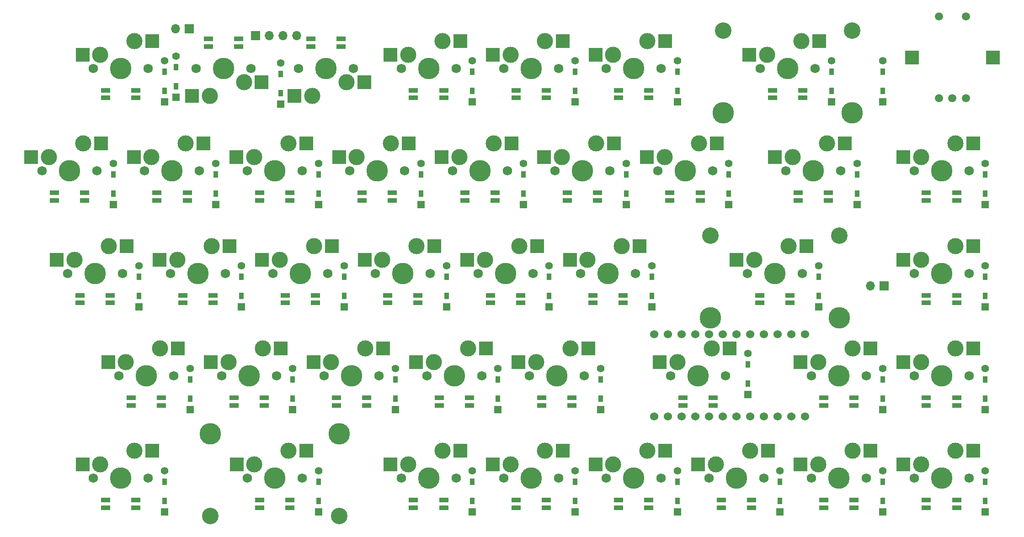
<source format=gbr>
%TF.GenerationSoftware,KiCad,Pcbnew,8.0.8*%
%TF.CreationDate,2025-04-15T16:41:43+09:00*%
%TF.ProjectId,sswkbd_right,7373776b-6264-45f7-9269-6768742e6b69,rev?*%
%TF.SameCoordinates,Original*%
%TF.FileFunction,Soldermask,Bot*%
%TF.FilePolarity,Negative*%
%FSLAX46Y46*%
G04 Gerber Fmt 4.6, Leading zero omitted, Abs format (unit mm)*
G04 Created by KiCad (PCBNEW 8.0.8) date 2025-04-15 16:41:43*
%MOMM*%
%LPD*%
G01*
G04 APERTURE LIST*
%ADD10R,1.397000X1.397000*%
%ADD11R,0.950000X1.300000*%
%ADD12C,1.397000*%
%ADD13C,1.750000*%
%ADD14C,3.000000*%
%ADD15C,3.987800*%
%ADD16R,2.550000X2.500000*%
%ADD17C,3.048000*%
%ADD18R,1.700000X1.700000*%
%ADD19O,1.700000X1.700000*%
%ADD20C,1.524000*%
%ADD21R,1.700000X0.825000*%
%ADD22R,2.500000X2.500000*%
%ADD23C,1.500000*%
G04 APERTURE END LIST*
D10*
%TO.C,D32*%
X366509249Y-98964950D03*
D11*
X366509249Y-96929950D03*
X366509249Y-93379950D03*
D12*
X366509249Y-91344950D03*
%TD*%
D13*
%TO.C,SW13*%
X296333000Y-73760000D03*
D14*
X297603000Y-71220000D03*
D15*
X301413000Y-73760000D03*
D14*
X303953000Y-68680000D03*
D13*
X306493000Y-73760000D03*
D16*
X294328000Y-71220000D03*
X307255000Y-68680000D03*
%TD*%
D10*
%TO.C,D73*%
X243034249Y-156014950D03*
D11*
X243034249Y-153979950D03*
X243034249Y-150429950D03*
D12*
X243034249Y-148394950D03*
%TD*%
D10*
%TO.C,D46*%
X304759249Y-117989950D03*
D11*
X304759249Y-115954950D03*
X304759249Y-112404950D03*
D12*
X304759249Y-110369950D03*
%TD*%
D10*
%TO.C,D76*%
X309509249Y-156014950D03*
D11*
X309509249Y-153979950D03*
X309509249Y-150429950D03*
D12*
X309509249Y-148394950D03*
%TD*%
D10*
%TO.C,D74*%
X271509249Y-156014950D03*
D11*
X271509249Y-153979950D03*
X271509249Y-150429950D03*
D12*
X271509249Y-148394950D03*
%TD*%
D10*
%TO.C,D15*%
X347491000Y-79958000D03*
D11*
X347491000Y-77923000D03*
X347491000Y-74373000D03*
D12*
X347491000Y-72338000D03*
%TD*%
D10*
%TO.C,D44*%
X266759249Y-117989950D03*
D11*
X266759249Y-115954950D03*
X266759249Y-112404950D03*
D12*
X266759249Y-110369950D03*
%TD*%
D13*
%TO.C,SW28*%
X267833000Y-92760000D03*
D14*
X269103000Y-90220000D03*
D15*
X272913000Y-92760000D03*
D14*
X275453000Y-87680000D03*
D13*
X277993000Y-92760000D03*
D16*
X265828000Y-90220000D03*
X278755000Y-87680000D03*
%TD*%
D13*
%TO.C,SW75*%
X277333000Y-149760000D03*
D14*
X278603000Y-147220000D03*
D15*
X282413000Y-149760000D03*
D14*
X284953000Y-144680000D03*
D13*
X287493000Y-149760000D03*
D16*
X275328000Y-147220000D03*
X288255000Y-144680000D03*
%TD*%
D10*
%TO.C,D43*%
X247759249Y-117989950D03*
D11*
X247759249Y-115954950D03*
X247759249Y-112404950D03*
D12*
X247759249Y-110369950D03*
%TD*%
D10*
%TO.C,D41*%
X209759249Y-117989950D03*
D11*
X209759249Y-115954950D03*
X209759249Y-112404950D03*
D12*
X209759249Y-110369950D03*
%TD*%
D13*
%TO.C,SW8*%
X201333000Y-73760000D03*
D14*
X202603000Y-71220000D03*
D15*
X206413000Y-73760000D03*
D14*
X208953000Y-68680000D03*
D13*
X211493000Y-73760000D03*
D16*
X199328000Y-71220000D03*
X212255000Y-68680000D03*
%TD*%
D13*
%TO.C,SW26*%
X229833000Y-92760000D03*
D14*
X231103000Y-90220000D03*
D15*
X234913000Y-92760000D03*
D14*
X237453000Y-87680000D03*
D13*
X239993000Y-92760000D03*
D16*
X227828000Y-90220000D03*
X240755000Y-87680000D03*
%TD*%
D10*
%TO.C,D11*%
X271509249Y-79964950D03*
D11*
X271509249Y-77929950D03*
X271509249Y-74379950D03*
D12*
X271509249Y-72344950D03*
%TD*%
D13*
%TO.C,SW29*%
X286833000Y-92760000D03*
D14*
X288103000Y-90220000D03*
D15*
X291913000Y-92760000D03*
D14*
X294453000Y-87680000D03*
D13*
X296993000Y-92760000D03*
D16*
X284828000Y-90220000D03*
X297755000Y-87680000D03*
%TD*%
D13*
%TO.C,SW41*%
X196583000Y-111760000D03*
D14*
X197853000Y-109220000D03*
D15*
X201663000Y-111760000D03*
D14*
X204203000Y-106680000D03*
D13*
X206743000Y-111760000D03*
D16*
X194578000Y-109220000D03*
X207505000Y-106680000D03*
%TD*%
D13*
%TO.C,SW77*%
X315333000Y-149760000D03*
D14*
X316603000Y-147220000D03*
D15*
X320413000Y-149760000D03*
D14*
X322953000Y-144680000D03*
D13*
X325493000Y-149760000D03*
D16*
X313328000Y-147220000D03*
X326255000Y-144680000D03*
%TD*%
D15*
%TO.C,SW73*%
X223000000Y-141505000D03*
D17*
X223000000Y-156745000D03*
D13*
X229858000Y-149760000D03*
D14*
X231128000Y-147220000D03*
D15*
X234938000Y-149760000D03*
D14*
X237478000Y-144680000D03*
D13*
X240018000Y-149760000D03*
D15*
X246876000Y-141505000D03*
D17*
X246876000Y-156745000D03*
D16*
X227853000Y-147220000D03*
X240780000Y-144680000D03*
%TD*%
D13*
%TO.C,SW43*%
X234583000Y-111760000D03*
D14*
X235853000Y-109220000D03*
D15*
X239663000Y-111760000D03*
D14*
X242203000Y-106680000D03*
D13*
X244743000Y-111760000D03*
D16*
X232578000Y-109220000D03*
X245505000Y-106680000D03*
%TD*%
D10*
%TO.C,D59*%
X257259249Y-137014950D03*
D11*
X257259249Y-134979950D03*
X257259249Y-131429950D03*
D12*
X257259249Y-129394950D03*
%TD*%
D10*
%TO.C,D9*%
X216600000Y-79110000D03*
D11*
X216600000Y-77075000D03*
X216600000Y-73525000D03*
D12*
X216600000Y-71490000D03*
%TD*%
D10*
%TO.C,D42*%
X228759249Y-117989950D03*
D11*
X228759249Y-115954950D03*
X228759249Y-112404950D03*
D12*
X228759249Y-110369950D03*
%TD*%
D13*
%TO.C,SW76*%
X296333000Y-149760000D03*
D14*
X297603000Y-147220000D03*
D15*
X301413000Y-149760000D03*
D14*
X303953000Y-144680000D03*
D13*
X306493000Y-149760000D03*
D16*
X294328000Y-147220000D03*
X307255000Y-144680000D03*
%TD*%
D10*
%TO.C,D64*%
X366509249Y-137014950D03*
D11*
X366509249Y-134979950D03*
X366509249Y-131429950D03*
D12*
X366509249Y-129394950D03*
%TD*%
D13*
%TO.C,SW24*%
X191833000Y-92760000D03*
D14*
X193103000Y-90220000D03*
D15*
X196913000Y-92760000D03*
D14*
X199453000Y-87680000D03*
D13*
X201993000Y-92760000D03*
D16*
X189828000Y-90220000D03*
X202755000Y-87680000D03*
%TD*%
D18*
%TO.C,J4*%
X347775000Y-114100000D03*
D19*
X345235000Y-114100000D03*
%TD*%
D13*
%TO.C,SW10*%
X249493000Y-73760000D03*
D14*
X248223000Y-76300000D03*
D15*
X244413000Y-73760000D03*
D14*
X241873000Y-78840000D03*
D13*
X239333000Y-73760000D03*
D16*
X251498000Y-76300000D03*
X238571000Y-78840000D03*
%TD*%
D13*
%TO.C,SW79*%
X353333000Y-149760000D03*
D14*
X354603000Y-147220000D03*
D15*
X358413000Y-149760000D03*
D14*
X360953000Y-144680000D03*
D13*
X363493000Y-149760000D03*
D16*
X351328000Y-147220000D03*
X364255000Y-144680000D03*
%TD*%
D13*
%TO.C,SW78*%
X334333000Y-149760000D03*
D14*
X335603000Y-147220000D03*
D15*
X339413000Y-149760000D03*
D14*
X341953000Y-144680000D03*
D13*
X344493000Y-149760000D03*
D16*
X332328000Y-147220000D03*
X345255000Y-144680000D03*
%TD*%
D10*
%TO.C,D8*%
X214509249Y-79964950D03*
D11*
X214509249Y-77929950D03*
X214509249Y-74379950D03*
D12*
X214509249Y-72344950D03*
%TD*%
D10*
%TO.C,D45*%
X285759249Y-117989950D03*
D11*
X285759249Y-115954950D03*
X285759249Y-112404950D03*
D12*
X285759249Y-110369950D03*
%TD*%
D10*
%TO.C,D24*%
X205009249Y-98964950D03*
D11*
X205009249Y-96929950D03*
X205009249Y-93379950D03*
D12*
X205009249Y-91344950D03*
%TD*%
D13*
%TO.C,SW58*%
X225083000Y-130760000D03*
D14*
X226353000Y-128220000D03*
D15*
X230163000Y-130760000D03*
D14*
X232703000Y-125680000D03*
D13*
X235243000Y-130760000D03*
D16*
X223078000Y-128220000D03*
X236005000Y-125680000D03*
%TD*%
D10*
%TO.C,D26*%
X243009249Y-98964950D03*
D11*
X243009249Y-96929950D03*
X243009249Y-93379950D03*
D12*
X243009249Y-91344950D03*
%TD*%
D10*
%TO.C,D14*%
X338034249Y-79964950D03*
D11*
X338034249Y-77929950D03*
X338034249Y-74379950D03*
D12*
X338034249Y-72344950D03*
%TD*%
D10*
%TO.C,D12*%
X290509249Y-79964950D03*
D11*
X290509249Y-77929950D03*
X290509249Y-74379950D03*
D12*
X290509249Y-72344950D03*
%TD*%
D13*
%TO.C,SW59*%
X244083000Y-130760000D03*
D14*
X245353000Y-128220000D03*
D15*
X249163000Y-130760000D03*
D14*
X251703000Y-125680000D03*
D13*
X254243000Y-130760000D03*
D16*
X242078000Y-128220000D03*
X255005000Y-125680000D03*
%TD*%
D13*
%TO.C,SW64*%
X353333000Y-130760000D03*
D14*
X354603000Y-128220000D03*
D15*
X358413000Y-130760000D03*
D14*
X360953000Y-125680000D03*
D13*
X363493000Y-130760000D03*
D16*
X351328000Y-128220000D03*
X364255000Y-125680000D03*
%TD*%
D17*
%TO.C,SW14*%
X317975000Y-66775000D03*
D15*
X317975000Y-82015000D03*
D13*
X324833000Y-73760000D03*
D14*
X326103000Y-71220000D03*
D15*
X329913000Y-73760000D03*
D14*
X332453000Y-68680000D03*
D13*
X334993000Y-73760000D03*
D17*
X341851000Y-66775000D03*
D15*
X341851000Y-82015000D03*
D16*
X322828000Y-71220000D03*
X335755000Y-68680000D03*
%TD*%
D13*
%TO.C,SW63*%
X334333000Y-130760000D03*
D14*
X335603000Y-128220000D03*
D15*
X339413000Y-130760000D03*
D14*
X341953000Y-125680000D03*
D13*
X344493000Y-130760000D03*
D16*
X332328000Y-128220000D03*
X345255000Y-125680000D03*
%TD*%
D10*
%TO.C,D29*%
X300009249Y-98964950D03*
D11*
X300009249Y-96929950D03*
X300009249Y-93379950D03*
D12*
X300009249Y-91344950D03*
%TD*%
D13*
%TO.C,SW60*%
X263083000Y-130760000D03*
D14*
X264353000Y-128220000D03*
D15*
X268163000Y-130760000D03*
D14*
X270703000Y-125680000D03*
D13*
X273243000Y-130760000D03*
D16*
X261078000Y-128220000D03*
X274005000Y-125680000D03*
%TD*%
D13*
%TO.C,SW9*%
X230493000Y-73760000D03*
D14*
X229223000Y-76300000D03*
D15*
X225413000Y-73760000D03*
D14*
X222873000Y-78840000D03*
D13*
X220333000Y-73760000D03*
D16*
X232498000Y-76300000D03*
X219571000Y-78840000D03*
%TD*%
D13*
%TO.C,SW12*%
X277333000Y-73760000D03*
D14*
X278603000Y-71220000D03*
D15*
X282413000Y-73760000D03*
D14*
X284953000Y-68680000D03*
D13*
X287493000Y-73760000D03*
D16*
X275328000Y-71220000D03*
X288255000Y-68680000D03*
%TD*%
D10*
%TO.C,D47*%
X335659249Y-117989950D03*
D11*
X335659249Y-115954950D03*
X335659249Y-112404950D03*
D12*
X335659249Y-110369950D03*
%TD*%
D13*
%TO.C,SW27*%
X248833000Y-92760000D03*
D14*
X250103000Y-90220000D03*
D15*
X253913000Y-92760000D03*
D14*
X256453000Y-87680000D03*
D13*
X258993000Y-92760000D03*
D16*
X246828000Y-90220000D03*
X259755000Y-87680000D03*
%TD*%
D10*
%TO.C,D62*%
X322550000Y-134260000D03*
D11*
X322550000Y-132225000D03*
X322550000Y-128675000D03*
D12*
X322550000Y-126640000D03*
%TD*%
D10*
%TO.C,D48*%
X366509249Y-117989950D03*
D11*
X366509249Y-115954950D03*
X366509249Y-112404950D03*
D12*
X366509249Y-110369950D03*
%TD*%
D17*
%TO.C,SW47*%
X315600000Y-104775000D03*
D15*
X315600000Y-120015000D03*
D13*
X322458000Y-111760000D03*
D14*
X323728000Y-109220000D03*
D15*
X327538000Y-111760000D03*
D14*
X330078000Y-106680000D03*
D13*
X332618000Y-111760000D03*
D17*
X339476000Y-104775000D03*
D15*
X339476000Y-120015000D03*
D16*
X320453000Y-109220000D03*
X333380000Y-106680000D03*
%TD*%
D10*
%TO.C,D25*%
X224009249Y-98964950D03*
D11*
X224009249Y-96929950D03*
X224009249Y-93379950D03*
D12*
X224009249Y-91344950D03*
%TD*%
D10*
%TO.C,D28*%
X281009249Y-98964950D03*
D11*
X281009249Y-96929950D03*
X281009249Y-93379950D03*
D12*
X281009249Y-91344950D03*
%TD*%
D10*
%TO.C,D61*%
X295259249Y-137014950D03*
D11*
X295259249Y-134979950D03*
X295259249Y-131429950D03*
D12*
X295259249Y-129394950D03*
%TD*%
D18*
%TO.C,J3*%
X231340000Y-67700000D03*
D19*
X233880000Y-67700000D03*
X236420000Y-67700000D03*
X238960000Y-67700000D03*
%TD*%
D10*
%TO.C,D77*%
X328509249Y-156014950D03*
D11*
X328509249Y-153979950D03*
X328509249Y-150429950D03*
D12*
X328509249Y-148394950D03*
%TD*%
D20*
%TO.C,U2*%
X305200000Y-123090000D03*
X307740000Y-123090000D03*
X310280000Y-123090000D03*
X312820000Y-123090000D03*
X315360000Y-123090000D03*
X317900000Y-123090000D03*
X320440000Y-123090000D03*
X322980000Y-123090000D03*
X325520000Y-123090000D03*
X328060000Y-123090000D03*
X330600000Y-123090000D03*
X333140000Y-123090000D03*
X333140000Y-138310000D03*
X330600000Y-138310000D03*
X328060000Y-138310000D03*
X325520000Y-138310000D03*
X322980000Y-138310000D03*
X320440000Y-138310000D03*
X317900000Y-138310000D03*
X315360000Y-138310000D03*
X312820000Y-138310000D03*
X310280000Y-138310000D03*
X307740000Y-138310000D03*
X305200000Y-138310000D03*
%TD*%
D10*
%TO.C,D10*%
X236000000Y-80410000D03*
D11*
X236000000Y-78375000D03*
X236000000Y-74825000D03*
D12*
X236000000Y-72790000D03*
%TD*%
D10*
%TO.C,D57*%
X219259249Y-137014950D03*
D11*
X219259249Y-134979950D03*
X219259249Y-131429950D03*
D12*
X219259249Y-129394950D03*
%TD*%
D10*
%TO.C,D75*%
X290509249Y-156014950D03*
D11*
X290509249Y-153979950D03*
X290509249Y-150429950D03*
D12*
X290509249Y-148394950D03*
%TD*%
D13*
%TO.C,SW62*%
X308208000Y-130760000D03*
D14*
X309478000Y-128220000D03*
D15*
X313288000Y-130760000D03*
D14*
X315828000Y-125680000D03*
D13*
X318368000Y-130760000D03*
D16*
X306203000Y-128220000D03*
X319130000Y-125680000D03*
%TD*%
D13*
%TO.C,SW31*%
X329583000Y-92760000D03*
D14*
X330853000Y-90220000D03*
D15*
X334663000Y-92760000D03*
D14*
X337203000Y-87680000D03*
D13*
X339743000Y-92760000D03*
D16*
X327578000Y-90220000D03*
X340505000Y-87680000D03*
%TD*%
D10*
%TO.C,D60*%
X276259249Y-137014950D03*
D11*
X276259249Y-134979950D03*
X276259249Y-131429950D03*
D12*
X276259249Y-129394950D03*
%TD*%
D13*
%TO.C,SW61*%
X282083000Y-130760000D03*
D14*
X283353000Y-128220000D03*
D15*
X287163000Y-130760000D03*
D14*
X289703000Y-125680000D03*
D13*
X292243000Y-130760000D03*
D16*
X280078000Y-128220000D03*
X293005000Y-125680000D03*
%TD*%
D13*
%TO.C,SW48*%
X353333000Y-111760000D03*
D14*
X354603000Y-109220000D03*
D15*
X358413000Y-111760000D03*
D14*
X360953000Y-106680000D03*
D13*
X363493000Y-111760000D03*
D16*
X351328000Y-109220000D03*
X364255000Y-106680000D03*
%TD*%
D10*
%TO.C,D13*%
X309509249Y-79964950D03*
D11*
X309509249Y-77929950D03*
X309509249Y-74379950D03*
D12*
X309509249Y-72344950D03*
%TD*%
D10*
%TO.C,D27*%
X262009249Y-98964950D03*
D11*
X262009249Y-96929950D03*
X262009249Y-93379950D03*
D12*
X262009249Y-91344950D03*
%TD*%
D13*
%TO.C,SW30*%
X305833000Y-92760000D03*
D14*
X307103000Y-90220000D03*
D15*
X310913000Y-92760000D03*
D14*
X313453000Y-87680000D03*
D13*
X315993000Y-92760000D03*
D16*
X303828000Y-90220000D03*
X316755000Y-87680000D03*
%TD*%
D13*
%TO.C,SW32*%
X353333000Y-92760000D03*
D14*
X354603000Y-90220000D03*
D15*
X358413000Y-92760000D03*
D14*
X360953000Y-87680000D03*
D13*
X363493000Y-92760000D03*
D16*
X351328000Y-90220000D03*
X364255000Y-87680000D03*
%TD*%
D13*
%TO.C,SW11*%
X258333000Y-73760000D03*
D14*
X259603000Y-71220000D03*
D15*
X263413000Y-73760000D03*
D14*
X265953000Y-68680000D03*
D13*
X268493000Y-73760000D03*
D16*
X256328000Y-71220000D03*
X269255000Y-68680000D03*
%TD*%
D13*
%TO.C,SW25*%
X210833000Y-92760000D03*
D14*
X212103000Y-90220000D03*
D15*
X215913000Y-92760000D03*
D14*
X218453000Y-87680000D03*
D13*
X220993000Y-92760000D03*
D16*
X208828000Y-90220000D03*
X221755000Y-87680000D03*
%TD*%
D10*
%TO.C,D79*%
X366509249Y-156014950D03*
D11*
X366509249Y-153979950D03*
X366509249Y-150429950D03*
D12*
X366509249Y-148394950D03*
%TD*%
D13*
%TO.C,SW72*%
X201333000Y-149760000D03*
D14*
X202603000Y-147220000D03*
D15*
X206413000Y-149760000D03*
D14*
X208953000Y-144680000D03*
D13*
X211493000Y-149760000D03*
D16*
X199328000Y-147220000D03*
X212255000Y-144680000D03*
%TD*%
D18*
%TO.C,SW81*%
X219075000Y-66400000D03*
D19*
X216535000Y-66400000D03*
%TD*%
D10*
%TO.C,D78*%
X347509249Y-156014950D03*
D11*
X347509249Y-153979950D03*
X347509249Y-150429950D03*
D12*
X347509249Y-148394950D03*
%TD*%
D13*
%TO.C,SW44*%
X253583000Y-111760000D03*
D14*
X254853000Y-109220000D03*
D15*
X258663000Y-111760000D03*
D14*
X261203000Y-106680000D03*
D13*
X263743000Y-111760000D03*
D16*
X251578000Y-109220000D03*
X264505000Y-106680000D03*
%TD*%
D10*
%TO.C,D58*%
X238259249Y-137014950D03*
D11*
X238259249Y-134979950D03*
X238259249Y-131429950D03*
D12*
X238259249Y-129394950D03*
%TD*%
D13*
%TO.C,SW74*%
X258333000Y-149760000D03*
D14*
X259603000Y-147220000D03*
D15*
X263413000Y-149760000D03*
D14*
X265953000Y-144680000D03*
D13*
X268493000Y-149760000D03*
D16*
X256328000Y-147220000D03*
X269255000Y-144680000D03*
%TD*%
D13*
%TO.C,SW42*%
X215583000Y-111760000D03*
D14*
X216853000Y-109220000D03*
D15*
X220663000Y-111760000D03*
D14*
X223203000Y-106680000D03*
D13*
X225743000Y-111760000D03*
D16*
X213578000Y-109220000D03*
X226505000Y-106680000D03*
%TD*%
D10*
%TO.C,D31*%
X342784249Y-98964950D03*
D11*
X342784249Y-96929950D03*
X342784249Y-93379950D03*
D12*
X342784249Y-91344950D03*
%TD*%
D10*
%TO.C,D72*%
X214509249Y-156014950D03*
D11*
X214509249Y-153979950D03*
X214509249Y-150429950D03*
D12*
X214509249Y-148394950D03*
%TD*%
D13*
%TO.C,SW45*%
X272583000Y-111760000D03*
D14*
X273853000Y-109220000D03*
D15*
X277663000Y-111760000D03*
D14*
X280203000Y-106680000D03*
D13*
X282743000Y-111760000D03*
D16*
X270578000Y-109220000D03*
X283505000Y-106680000D03*
%TD*%
D10*
%TO.C,D30*%
X319009249Y-98964950D03*
D11*
X319009249Y-96929950D03*
X319009249Y-93379950D03*
D12*
X319009249Y-91344950D03*
%TD*%
D10*
%TO.C,D63*%
X347509249Y-137014950D03*
D11*
X347509249Y-134979950D03*
X347509249Y-131429950D03*
D12*
X347509249Y-129394950D03*
%TD*%
D13*
%TO.C,SW46*%
X291583000Y-111760000D03*
D14*
X292853000Y-109220000D03*
D15*
X296663000Y-111760000D03*
D14*
X299203000Y-106680000D03*
D13*
X301743000Y-111760000D03*
D16*
X289578000Y-109220000D03*
X302505000Y-106680000D03*
%TD*%
D21*
%TO.C,LED77*%
X208363000Y-134822999D03*
X208363000Y-136223000D03*
X213963000Y-136223001D03*
X213963000Y-134823000D03*
%TD*%
%TO.C,LED70*%
X227363000Y-134822999D03*
X227363000Y-136223000D03*
X232963000Y-136223001D03*
X232963000Y-134823000D03*
%TD*%
D22*
%TO.C,SW15*%
X367913000Y-71760000D03*
X352913000Y-71760000D03*
D23*
X357913000Y-79260000D03*
X362913000Y-79260000D03*
X360413000Y-79260000D03*
X362913000Y-64160000D03*
X357913000Y-64160000D03*
%TD*%
D21*
%TO.C,LED71*%
X232138000Y-153822999D03*
X232138000Y-155223000D03*
X237738000Y-155223001D03*
X237738000Y-153823000D03*
%TD*%
%TO.C,LED58*%
X260613000Y-77822999D03*
X260613000Y-79223000D03*
X266213000Y-79223001D03*
X266213000Y-77823000D03*
%TD*%
%TO.C,LED52*%
X298613000Y-153822999D03*
X298613000Y-155223000D03*
X304213000Y-155223001D03*
X304213000Y-153823000D03*
%TD*%
%TO.C,LED60*%
X274863000Y-115822999D03*
X274863000Y-117223000D03*
X280463000Y-117223001D03*
X280463000Y-115823000D03*
%TD*%
%TO.C,LED76*%
X198863000Y-115822999D03*
X198863000Y-117223000D03*
X204463000Y-117223001D03*
X204463000Y-115823000D03*
%TD*%
%TO.C,LED46*%
X331863000Y-96822999D03*
X331863000Y-98223000D03*
X337463000Y-98223001D03*
X337463000Y-96823000D03*
%TD*%
%TO.C,LED68*%
X232113000Y-96822999D03*
X232113000Y-98223000D03*
X237713000Y-98223001D03*
X237713000Y-96823000D03*
%TD*%
%TO.C,LED45*%
X324738000Y-115822999D03*
X324738000Y-117223000D03*
X330338000Y-117223001D03*
X330338000Y-115823000D03*
%TD*%
%TO.C,LED50*%
X310488000Y-134822999D03*
X310488000Y-136223000D03*
X316088000Y-136223001D03*
X316088000Y-134823000D03*
%TD*%
%TO.C,LED62*%
X260613000Y-153822999D03*
X260613000Y-155223000D03*
X266213000Y-155223001D03*
X266213000Y-153823000D03*
%TD*%
%TO.C,LED69*%
X236863000Y-115822999D03*
X236863000Y-117223000D03*
X242463000Y-117223001D03*
X242463000Y-115823000D03*
%TD*%
%TO.C,LED64*%
X255863000Y-115822999D03*
X255863000Y-117223000D03*
X261463000Y-117223001D03*
X261463000Y-115823000D03*
%TD*%
%TO.C,LED74*%
X203613000Y-77822999D03*
X203613000Y-79223000D03*
X209213000Y-79223001D03*
X209213000Y-77823000D03*
%TD*%
%TO.C,LED63*%
X246363000Y-134822999D03*
X246363000Y-136223000D03*
X251963000Y-136223001D03*
X251963000Y-134823000D03*
%TD*%
%TO.C,LED61*%
X265363000Y-134822999D03*
X265363000Y-136223000D03*
X270963000Y-136223001D03*
X270963000Y-134823000D03*
%TD*%
%TO.C,LED41*%
X355613000Y-134822999D03*
X355613000Y-136223000D03*
X361213000Y-136223001D03*
X361213000Y-134823000D03*
%TD*%
%TO.C,LED59*%
X270113000Y-96822999D03*
X270113000Y-98223000D03*
X275713000Y-98223001D03*
X275713000Y-96823000D03*
%TD*%
%TO.C,LED72*%
X217863000Y-115822999D03*
X217863000Y-117223000D03*
X223463000Y-117223001D03*
X223463000Y-115823000D03*
%TD*%
%TO.C,LED57*%
X279613000Y-77822999D03*
X279613000Y-79223000D03*
X285213000Y-79223001D03*
X285213000Y-77823000D03*
%TD*%
%TO.C,LED47*%
X327113000Y-77822999D03*
X327113000Y-79223000D03*
X332713000Y-79223001D03*
X332713000Y-77823000D03*
%TD*%
%TO.C,LED48*%
X298613000Y-77822999D03*
X298613000Y-79223000D03*
X304213000Y-79223001D03*
X304213000Y-77823000D03*
%TD*%
%TO.C,LED73*%
X213113000Y-96822999D03*
X213113000Y-98223000D03*
X218713000Y-98223001D03*
X218713000Y-96823000D03*
%TD*%
%TO.C,LED43*%
X336613000Y-153822999D03*
X336613000Y-155223000D03*
X342213000Y-155223001D03*
X342213000Y-153823000D03*
%TD*%
%TO.C,LED49*%
X308113000Y-96822999D03*
X308113000Y-98223000D03*
X313713000Y-98223001D03*
X313713000Y-96823000D03*
%TD*%
%TO.C,LED78*%
X203613000Y-153822999D03*
X203613000Y-155223000D03*
X209213000Y-155223001D03*
X209213000Y-153823000D03*
%TD*%
%TO.C,LED39*%
X355613000Y-96822999D03*
X355613000Y-98223000D03*
X361213000Y-98223001D03*
X361213000Y-96823000D03*
%TD*%
%TO.C,LED44*%
X336613000Y-134822999D03*
X336613000Y-136223000D03*
X342213000Y-136223001D03*
X342213000Y-134823000D03*
%TD*%
%TO.C,LED75*%
X194113000Y-96822999D03*
X194113000Y-98223000D03*
X199713000Y-98223001D03*
X199713000Y-96823000D03*
%TD*%
%TO.C,LED51*%
X317613000Y-153822999D03*
X317613000Y-155223000D03*
X323213000Y-155223001D03*
X323213000Y-153823000D03*
%TD*%
%TO.C,LED42*%
X355613000Y-153822999D03*
X355613000Y-155223000D03*
X361213000Y-155223001D03*
X361213000Y-153823000D03*
%TD*%
%TO.C,LED56*%
X293863000Y-115822999D03*
X293863000Y-117223000D03*
X299463000Y-117223001D03*
X299463000Y-115823000D03*
%TD*%
%TO.C,LED67*%
X228213000Y-69697001D03*
X228213000Y-68297000D03*
X222613000Y-68296999D03*
X222613000Y-69697000D03*
%TD*%
%TO.C,LED53*%
X279613000Y-153822999D03*
X279613000Y-155223000D03*
X285213000Y-155223001D03*
X285213000Y-153823000D03*
%TD*%
%TO.C,LED65*%
X247212000Y-69697001D03*
X247212000Y-68297000D03*
X241612000Y-68296999D03*
X241612000Y-69697000D03*
%TD*%
%TO.C,LED66*%
X251113000Y-96822999D03*
X251113000Y-98223000D03*
X256713000Y-98223001D03*
X256713000Y-96823000D03*
%TD*%
%TO.C,LED54*%
X284363000Y-134822999D03*
X284363000Y-136223000D03*
X289963000Y-136223001D03*
X289963000Y-134823000D03*
%TD*%
%TO.C,LED55*%
X289113000Y-96822999D03*
X289113000Y-98223000D03*
X294713000Y-98223001D03*
X294713000Y-96823000D03*
%TD*%
%TO.C,LED40*%
X355613000Y-115822999D03*
X355613000Y-117223000D03*
X361213000Y-117223001D03*
X361213000Y-115823000D03*
%TD*%
D13*
%TO.C,SW57*%
X206083000Y-130760000D03*
D14*
X207353000Y-128220000D03*
D15*
X211163000Y-130760000D03*
D14*
X213703000Y-125680000D03*
D13*
X216243000Y-130760000D03*
D16*
X204078000Y-128220000D03*
X217005000Y-125680000D03*
%TD*%
M02*

</source>
